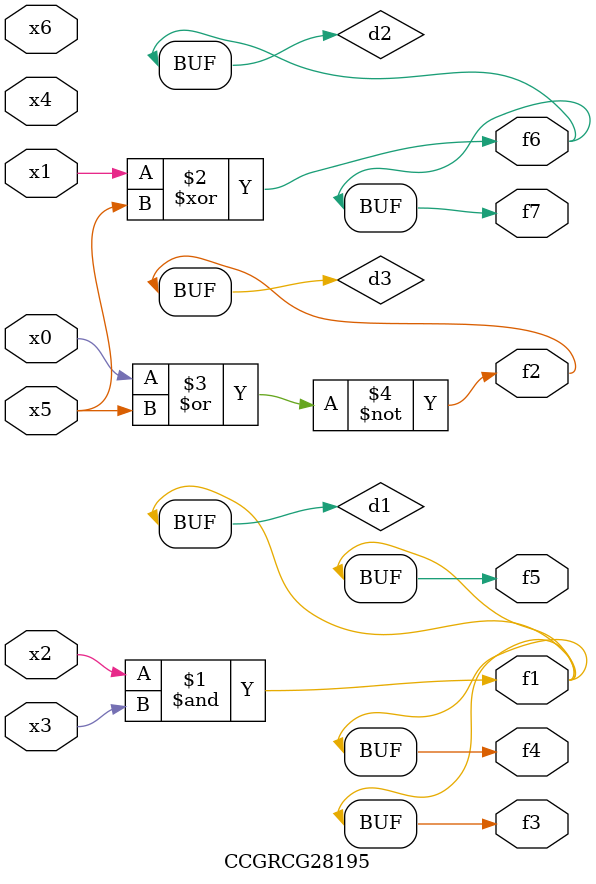
<source format=v>
module CCGRCG28195(
	input x0, x1, x2, x3, x4, x5, x6,
	output f1, f2, f3, f4, f5, f6, f7
);

	wire d1, d2, d3;

	and (d1, x2, x3);
	xor (d2, x1, x5);
	nor (d3, x0, x5);
	assign f1 = d1;
	assign f2 = d3;
	assign f3 = d1;
	assign f4 = d1;
	assign f5 = d1;
	assign f6 = d2;
	assign f7 = d2;
endmodule

</source>
